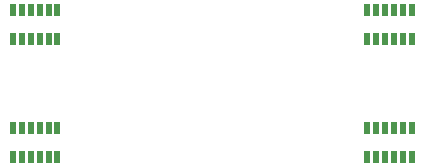
<source format=gtp>
%TF.GenerationSoftware,KiCad,Pcbnew,(6.0.1)*%
%TF.CreationDate,2022-12-02T01:02:59+09:00*%
%TF.ProjectId,VL6180ToF,564c3631-3830-4546-9f46-2e6b69636164,rev?*%
%TF.SameCoordinates,Original*%
%TF.FileFunction,Paste,Top*%
%TF.FilePolarity,Positive*%
%FSLAX46Y46*%
G04 Gerber Fmt 4.6, Leading zero omitted, Abs format (unit mm)*
G04 Created by KiCad (PCBNEW (6.0.1)) date 2022-12-02 01:02:59*
%MOMM*%
%LPD*%
G01*
G04 APERTURE LIST*
%ADD10R,0.508800X1.011199*%
G04 APERTURE END LIST*
D10*
%TO.C,U2*%
X128125000Y-108742200D03*
X128875001Y-108742200D03*
X129624999Y-108742200D03*
X130375001Y-108742200D03*
X131124999Y-108742200D03*
X131875000Y-108742200D03*
X131875000Y-106257800D03*
X131124999Y-106257800D03*
X130375001Y-106257800D03*
X129624999Y-106257800D03*
X128875001Y-106257800D03*
X128125000Y-106257800D03*
%TD*%
%TO.C,U2*%
X128125000Y-118742200D03*
X128875001Y-118742200D03*
X129624999Y-118742200D03*
X130375001Y-118742200D03*
X131124999Y-118742200D03*
X131875000Y-118742200D03*
X131875000Y-116257800D03*
X131124999Y-116257800D03*
X130375001Y-116257800D03*
X129624999Y-116257800D03*
X128875001Y-116257800D03*
X128125000Y-116257800D03*
%TD*%
%TO.C,U2*%
X158125000Y-108742200D03*
X158875001Y-108742200D03*
X159624999Y-108742200D03*
X160375001Y-108742200D03*
X161124999Y-108742200D03*
X161875000Y-108742200D03*
X161875000Y-106257800D03*
X161124999Y-106257800D03*
X160375001Y-106257800D03*
X159624999Y-106257800D03*
X158875001Y-106257800D03*
X158125000Y-106257800D03*
%TD*%
%TO.C,U2*%
X158125000Y-118742200D03*
X158875001Y-118742200D03*
X159624999Y-118742200D03*
X160375001Y-118742200D03*
X161124999Y-118742200D03*
X161875000Y-118742200D03*
X161875000Y-116257800D03*
X161124999Y-116257800D03*
X160375001Y-116257800D03*
X159624999Y-116257800D03*
X158875001Y-116257800D03*
X158125000Y-116257800D03*
%TD*%
M02*

</source>
